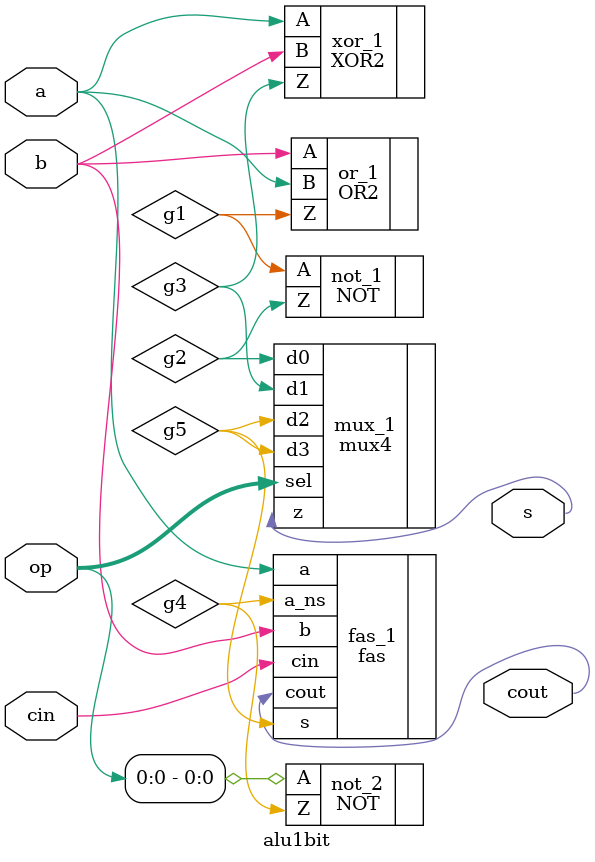
<source format=sv>
module alu1bit (
    input logic a,           // Input bit a
    input logic b,           // Input bit b
    input logic cin,         // Carry in
    input logic [1:0] op,    // Operation
    output logic s,          // Output S
    output logic cout        // Carry out
);

logic g1,g2,g3,g4,g5;
	
	OR2 #(.Tpdlh(10) , .Tpdhl(10)) 
	or_1 (.Z(g1), .A(b), .B(a));
	
	NOT #(.Tpdlh(5) , .Tpdhl(5)) 
	not_1 (.Z(g2),.A(g1));
	
	XOR2 #(.Tpdlh(3) , .Tpdhl(3)) 
	xor_1 (.Z(g3),.A(a), .B(b));
	
	NOT #(.Tpdlh(5) , .Tpdhl(5)) 
	not_2 (.Z(g4),.A(op[0]));
	
	fas fas_1 (.a(a), .b(b), .cin(cin), .a_ns(g4), .s(g5), .cout(cout)); 
	mux4 mux_1 ( .d0(g2), .d1(g3), .d2(g5), .d3(g5), .sel(op), .z(s));

endmodule

</source>
